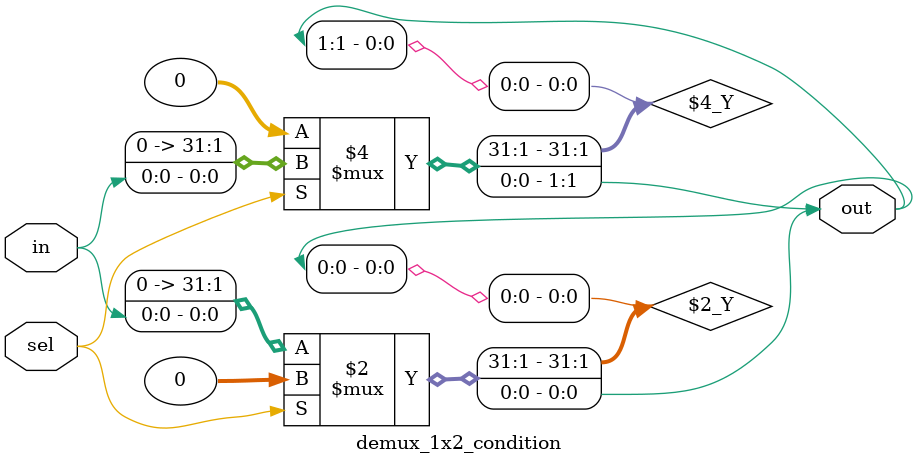
<source format=v>
`timescale 1ns / 1ps


module demux_1x2_condition( input in,sel,output[1:0]out);
assign out[0]=sel?0:in;
assign out[1]=sel?in:0;
endmodule

</source>
